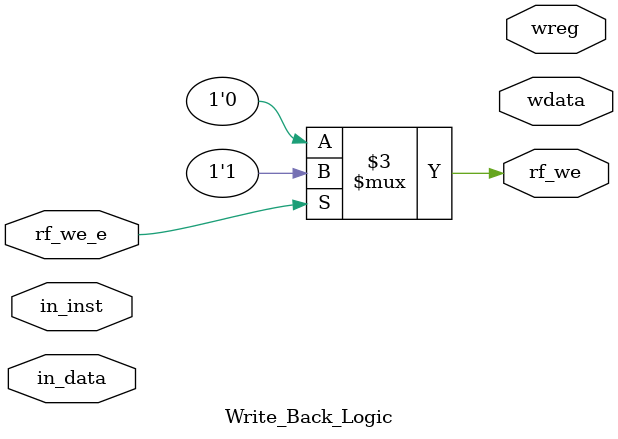
<source format=v>
module Write_Back_Logic(	
	input wire [7:0] 		in_data,		
	input wire [31:0] 	in_inst,
	input wire 		 		rf_we_e,
	output reg 	 			rf_we,
	output reg [7:0] 		wdata,
	output reg [1:0] 		wreg
);

	always @(*) begin
		rf_we = 0;
		
		// put inst decode here
		
		if (rf_we_e)
			rf_we = 1;
	end


endmodule
</source>
